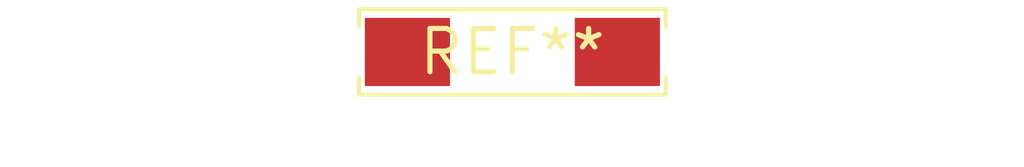
<source format=kicad_pcb>
(kicad_pcb (version 20240108) (generator pcbnew)
  (layers (0 "F.Cu" signal) (31 "B.Cu" signal) (34 "B.Paste" user) (35 "F.Paste" user) (36 "B.SilkS" user "B.Silkscreen") (37 "F.SilkS" user "F.Silkscreen") (38 "B.Mask" user) (39 "F.Mask" user) (44 "Edge.Cuts" user))
  (net 0 "")
  (footprint "SW_SPST_REED_CT05-XXXX-J1" (layer "F.Cu") (at 0 0)
    (property "Reference" "REF**")
    (property "Value" "SW_SPST_REED_CT05-XXXX-J1")
    (fp_line (start -4.5 -1.25) (end -4.5 -0.75) (layer "F.SilkS") (stroke (width 0.12)))
    (fp_line (start -4.5 0.75) (end -4.5 1.25) (layer "F.SilkS") (stroke (width 0.12)))
    (fp_line (start -4.5 1.25) (end 4.5 1.25) (layer "F.SilkS") (stroke (width 0.12)))
    (fp_line (start 4.5 -1.25) (end -4.5 -1.25) (layer "F.SilkS") (stroke (width 0.12)))
    (fp_line (start 4.5 -0.75) (end 4.5 -1.25) (layer "F.SilkS") (stroke (width 0.12)))
    (fp_line (start 4.5 1.25) (end 4.5 0.75) (layer "F.SilkS") (stroke (width 0.12)))
    (pad "1" smd rect (at -3.08 0) (size 2.5 2) (layers "F.Cu" "F.Paste" "F.Mask"))
    (pad "2" smd rect (at 3.08 0) (size 2.5 2) (layers "F.Cu" "F.Paste" "F.Mask"))
  )
)
</source>
